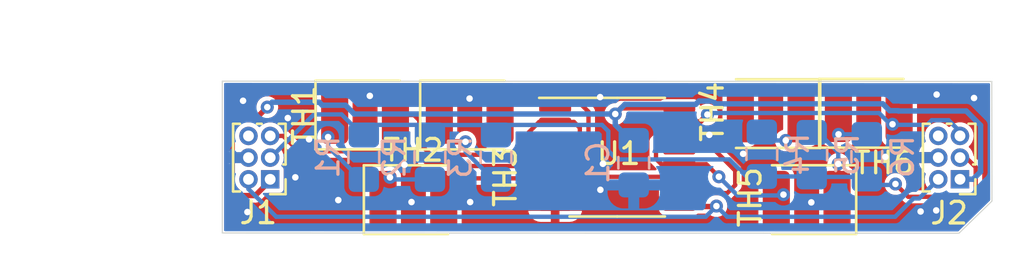
<source format=kicad_pcb>
(kicad_pcb (version 20211014) (generator pcbnew)
  (layers (0 "F.Cu" signal) (31 "B.Cu" signal) (34 "B.Paste" user) (35 "F.Paste" user) (36 "B.SilkS" user "B.Silkscreen") (37 "F.SilkS" user "F.Silkscreen") (38 "B.Mask" user) (39 "F.Mask" user) (44 "Edge.Cuts" user))
  (net 0 "")
  (net 1 "CLK")
  (net 2 "VCC")
  (net 3 "GND")
  (net 4 "TEMP_REF")
  (net 5 "CONN_OUT")
  (net 6 "CONN_IN")
  (net 7 "Net-(R1-Pad2)")
  (net 8 "Net-(R2-Pad2)")
  (net 9 "Net-(R3-Pad2)")
  (net 10 "Net-(R4-Pad2)")
  (net 11 "Net-(R5-Pad2)")
  (net 12 "Net-(R6-Pad2)")
  (net 13 "CONN_1")
  (net 14 "CONN_2")
  (net 15 "CONN_3")
  (net 16 "CONN_4")
  (net 17 "CONN_5")
  (net 18 "Net-(U1-Pad1)")
  (net 19 "Net-(J1-Pad6)")
  (net 20 "Net-(J2-Pad6)")
  (footprint "Connector_PinHeader_1.00mm:PinHeader_2x03_P1.00mm_Vertical" (layer "F.Cu") (at 140.207194 112.526177 180)
    (fp_text reference "J1" (at 0.547194 -1.543823) (layer "F.SilkS"))
    (fp_text value "Conn_02x03_Counter_Clockwise")
    (fp_line (start -0.71 0) (end -0.71 -0.685) (layer "F.SilkS") (width 0.12))
    (fp_line (start 1.394493 2.56) (end 1.71 2.56) (layer "F.SilkS") (width 0.12))
    (fp_line (start -0.71 0.685) (end -0.71 2.56) (layer "F.SilkS") (width 0.12))
    (fp_line (start 1.394493 -0.56) (end 1.71 -0.56) (layer "F.SilkS") (width 0.12))
    (fp_line (start -0.71 0.685) (end -0.608276 0.685) (layer "F.SilkS") (width 0.12))
    (fp_line (start 0.394493 2.56) (end 0.605507 2.56) (layer "F.SilkS") (width 0.12))
    (fp_line (start -0.71 -0.685) (end 0 -0.685) (layer "F.SilkS") (width 0.12))
    (fp_line (start 1.71 -0.56) (end 1.71 2.56) (layer "F.SilkS") (width 0.12))
    (fp_line (start -0.71 2.56) (end -0.394493 2.56) (layer "F.SilkS") (width 0.12))
    (pad "1" thru_hole rect locked (at 0 0 180) (size 0.85 0.85) (drill 0.5) (layers *.Cu *.Mask) (net 2 "VCC"))
    (pad "2" thru_hole oval locked (at 1 0 180) (size 0.85 0.85) (drill 0.5) (layers *.Cu *.Mask) (net 1 "CLK"))
    (pad "3" thru_hole oval locked (at 0 1 180) (size 0.85 0.85) (drill 0.5) (layers *.Cu *.Mask) (net 4 "TEMP_REF"))
    (pad "4" thru_hole oval locked (at 1 1 180) (size 0.85 0.85) (drill 0.5) (layers *.Cu *.Mask) (net 3 "GND"))
    (pad "5" thru_hole oval locked (at 0 2 180) (size 0.85 0.85) (drill 0.5) (layers *.Cu *.Mask) (net 6 "CONN_IN"))
    (pad "6" thru_hole oval locked (at 1 2 180) (size 0.85 0.85) (drill 0.5) (layers *.Cu *.Mask) (net 19 "Net-(J1-Pad6)"))
  )
  (footprint "Connector_PinHeader_1.00mm:PinHeader_2x03_P1.00mm_Vertical" (layer "F.Cu") (at 172.01538 112.524372 180)
    (fp_text reference "J2" (at 0.5 -1.56) (layer "F.SilkS"))
    (fp_text value "Conn_02x03_Counter_Clockwise" hide)
    (fp_line (start 1.394493 -0.56) (end 1.71 -0.56) (layer "F.SilkS") (width 0.12))
    (fp_line (start 1.71 -0.56) (end 1.71 2.56) (layer "F.SilkS") (width 0.12))
    (fp_line (start -0.71 0.685) (end -0.608276 0.685) (layer "F.SilkS") (width 0.12))
    (fp_line (start -0.71 0) (end -0.71 -0.685) (layer "F.SilkS") (width 0.12))
    (fp_line (start 0.394493 2.56) (end 0.605507 2.56) (layer "F.SilkS") (width 0.12))
    (fp_line (start -0.71 -0.685) (end 0 -0.685) (layer "F.SilkS") (width 0.12))
    (fp_line (start -0.71 2.56) (end -0.394493 2.56) (layer "F.SilkS") (width 0.12))
    (fp_line (start -0.71 0.685) (end -0.71 2.56) (layer "F.SilkS") (width 0.12))
    (fp_line (start 1.394493 2.56) (end 1.71 2.56) (layer "F.SilkS") (width 0.12))
    (pad "1" thru_hole rect locked (at 0 0 180) (size 0.85 0.85) (drill 0.5) (layers *.Cu *.Mask) (net 2 "VCC"))
    (pad "2" thru_hole oval locked (at 1 0 180) (size 0.85 0.85) (drill 0.5) (layers *.Cu *.Mask) (net 1 "CLK"))
    (pad "3" thru_hole oval locked (at 0 1 180) (size 0.85 0.85) (drill 0.5) (layers *.Cu *.Mask) (net 4 "TEMP_REF"))
    (pad "4" thru_hole oval locked (at 1 1 180) (size 0.85 0.85) (drill 0.5) (layers *.Cu *.Mask) (net 3 "GND"))
    (pad "5" thru_hole oval locked (at 0 2 180) (size 0.85 0.85) (drill 0.5) (layers *.Cu *.Mask) (net 5 "CONN_OUT"))
    (pad "6" thru_hole oval locked (at 1 2 180) (size 0.85 0.85) (drill 0.5) (layers *.Cu *.Mask) (net 20 "Net-(J2-Pad6)"))
  )
  (footprint "LED_SMD:LED_1210_3225Metric" (layer "F.Cu") (at 144.581935 109.562384)
    (fp_text reference "TH1" (at -2.801935 0.017616 90) (layer "F.SilkS"))
    (fp_text value "Thermistor_NTC")
    (fp_line (start 1.6 -1.585) (end -2.285 -1.585) (layer "F.SilkS") (width 0.12))
    (fp_line (start -2.285 -1.585) (end -2.285 1.585) (layer "F.SilkS") (width 0.12))
    (fp_line (start -2.285 1.585) (end 1.6 1.585) (layer "F.SilkS") (width 0.12))
    (pad "1" smd roundrect locked (at -1.4 0) (size 1.25 2.65) (layers "F.Cu" "F.Paste" "F.Mask") (roundrect_rratio 0.2) (net 7 "Net-(R1-Pad2)"))
    (pad "2" smd roundrect locked (at 1.4 0) (size 1.25 2.65) (layers "F.Cu" "F.Paste" "F.Mask") (roundrect_rratio 0.2) (net 13 "CONN_1"))
  )
  (footprint "LED_SMD:LED_1210_3225Metric" (layer "F.Cu") (at 146.811616 113.464808)
    (fp_text reference "TH2" (at 0 -2.28) (layer "F.SilkS"))
    (fp_text value "Thermistor_NTC")
    (fp_line (start -2.285 -1.585) (end -2.285 1.585) (layer "F.SilkS") (width 0.12))
    (fp_line (start -2.285 1.585) (end 1.6 1.585) (layer "F.SilkS") (width 0.12))
    (fp_line (start 1.6 -1.585) (end -2.285 -1.585) (layer "F.SilkS") (width 0.12))
    (pad "1" smd roundrect locked (at -1.4 0) (size 1.25 2.65) (layers "F.Cu" "F.Paste" "F.Mask") (roundrect_rratio 0.2) (net 8 "Net-(R2-Pad2)"))
    (pad "2" smd roundrect locked (at 1.4 0) (size 1.25 2.65) (layers "F.Cu" "F.Paste" "F.Mask") (roundrect_rratio 0.2) (net 14 "CONN_2"))
  )
  (footprint "LED_SMD:LED_1210_3225Metric" (layer "F.Cu") (at 149.407935 109.562384)
    (fp_text reference "TH3" (at 1.6445 2.852 90) (layer "F.SilkS"))
    (fp_text value "Thermistor_NTC")
    (fp_line (start -2.285 1.585) (end 1.6 1.585) (layer "F.SilkS") (width 0.12))
    (fp_line (start 1.6 -1.585) (end -2.285 -1.585) (layer "F.SilkS") (width 0.12))
    (fp_line (start -2.285 -1.585) (end -2.285 1.585) (layer "F.SilkS") (width 0.12))
    (pad "1" smd roundrect locked (at -1.4 0) (size 1.25 2.65) (layers "F.Cu" "F.Paste" "F.Mask") (roundrect_rratio 0.2) (net 9 "Net-(R3-Pad2)"))
    (pad "2" smd roundrect locked (at 1.4 0) (size 1.25 2.65) (layers "F.Cu" "F.Paste" "F.Mask") (roundrect_rratio 0.2) (net 15 "CONN_3"))
  )
  (footprint "LED_SMD:LED_1210_3225Metric" (layer "F.Cu") (at 163.287614 109.496132 180)
    (fp_text reference "TH4" (at 2.687614 0.086132 90) (layer "F.SilkS"))
    (fp_text value "Thermistor_NTC")
    (fp_line (start -2.285 1.585) (end 1.6 1.585) (layer "F.SilkS") (width 0.12))
    (fp_line (start -2.285 -1.585) (end -2.285 1.585) (layer "F.SilkS") (width 0.12))
    (fp_line (start 1.6 -1.585) (end -2.285 -1.585) (layer "F.SilkS") (width 0.12))
    (pad "1" smd roundrect locked (at -1.4 0 180) (size 1.25 2.65) (layers "F.Cu" "F.Paste" "F.Mask") (roundrect_rratio 0.2) (net 10 "Net-(R4-Pad2)"))
    (pad "2" smd roundrect locked (at 1.4 0 180) (size 1.25 2.65) (layers "F.Cu" "F.Paste" "F.Mask") (roundrect_rratio 0.2) (net 16 "CONN_4"))
  )
  (footprint "LED_SMD:LED_1210_3225Metric" (layer "F.Cu") (at 164.945795 113.462056 180)
    (fp_text reference "TH5" (at 2.605795 0.112056 270) (layer "F.SilkS"))
    (fp_text value "Thermistor_NTC")
    (fp_line (start 1.6 -1.585) (end -2.285 -1.585) (layer "F.SilkS") (width 0.12))
    (fp_line (start -2.285 1.585) (end 1.6 1.585) (layer "F.SilkS") (width 0.12))
    (fp_line (start -2.285 -1.585) (end -2.285 1.585) (layer "F.SilkS") (width 0.12))
    (pad "1" smd roundrect locked (at -1.4 0 180) (size 1.25 2.65) (layers "F.Cu" "F.Paste" "F.Mask") (roundrect_rratio 0.2) (net 11 "Net-(R5-Pad2)"))
    (pad "2" smd roundrect locked (at 1.4 0 180) (size 1.25 2.65) (layers "F.Cu" "F.Paste" "F.Mask") (roundrect_rratio 0.2) (net 17 "CONN_5"))
  )
  (footprint "LED_SMD:LED_1210_3225Metric" (layer "F.Cu") (at 167.808614 109.481632)
    (fp_text reference "TH6" (at 0.701386 2.288368 180) (layer "F.SilkS"))
    (fp_text value "Thermistor_NTC" hide)
    (fp_line (start 1.6 -1.585) (end -2.285 -1.585) (layer "F.SilkS") (width 0.12))
    (fp_line (start -2.285 1.585) (end 1.6 1.585) (layer "F.SilkS") (width 0.12))
    (fp_line (start -2.285 -1.585) (end -2.285 1.585) (layer "F.SilkS") (width 0.12))
    (pad "1" smd roundrect locked (at -1.4 0) (size 1.25 2.65) (layers "F.Cu" "F.Paste" "F.Mask") (roundrect_rratio 0.2) (net 12 "Net-(R6-Pad2)"))
    (pad "2" smd roundrect locked (at 1.4 0) (size 1.25 2.65) (layers "F.Cu" "F.Paste" "F.Mask") (roundrect_rratio 0.2) (net 5 "CONN_OUT"))
  )
  (footprint "Package_SO:TSSOP-16_4.4x5mm_P0.65mm" (layer "F.Cu") (at 156.21 111.506)
    (fp_text reference "U1" (at 0.07 -0.166) (layer "F.SilkS"))
    (fp_text value "Hex_d_ff_")
    (fp_line (start 0 2.735) (end -2.2 2.735) (layer "F.SilkS") (width 0.12))
    (fp_line (start 0 -2.735) (end 2.2 -2.735) (layer "F.SilkS") (width 0.12))
    (fp_line (start 0 -2.735) (end -3.6 -2.735) (layer "F.SilkS") (width 0.12))
    (fp_line (start 0 2.735) (end 2.2 2.735) (layer "F.SilkS") (width 0.12))
    (pad "1" smd roundrect locked (at -2.8625 -2.275) (size 1.475 0.4) (layers "F.Cu" "F.Paste" "F.Mask") (net 18 "Net-(U1-Pad1)"))
    (pad "2" smd roundrect locked (at -2.8625 -1.625) (size 1.475 0.4) (layers "F.Cu" "F.Paste" "F.Mask") (net 13 "CONN_1"))
    (pad "3" smd roundrect locked (at -2.8625 -0.975) (size 1.475 0.4) (layers "F.Cu" "F.Paste" "F.Mask") (net 6 "CONN_IN"))
    (pad "4" smd roundrect locked (at -2.8625 -0.325) (size 1.475 0.4) (layers "F.Cu" "F.Paste" "F.Mask") (net 13 "CONN_1"))
    (pad "5" smd roundrect locked (at -2.8625 0.325) (size 1.475 0.4) (layers "F.Cu" "F.Paste" "F.Mask") (net 14 "CONN_2"))
    (pad "6" smd roundrect locked (at -2.8625 0.975) (size 1.475 0.4) (layers "F.Cu" "F.Paste" "F.Mask") (net 14 "CONN_2"))
    (pad "7" smd roundrect locked (at -2.8625 1.625) (size 1.475 0.4) (layers "F.Cu" "F.Paste" "F.Mask") (net 15 "CONN_3"))
    (pad "8" smd roundrect locked (at -2.8625 2.275) (size 1.475 0.4) (layers "F.Cu" "F.Paste" "F.Mask") (net 3 "GND"))
    (pad "9" smd roundrect locked (at 2.8625 2.275) (size 1.475 0.4) (layers "F.Cu" "F.Paste" "F.Mask") (net 1 "CLK"))
    (pad "10" smd roundrect locked (at 2.8625 1.625) (size 1.475 0.4) (layers "F.Cu" "F.Paste" "F.Mask") (net 16 "CONN_4"))
    (pad "11" smd roundrect locked (at 2.8625 0.975) (size 1.475 0.4) (layers "F.Cu" "F.Paste" "F.Mask") (net 15 "CONN_3"))
    (pad "12" smd roundrect locked (at 2.8625 0.325) (size 1.475 0.4) (layers "F.Cu" "F.Paste" "F.Mask") (net 17 "CONN_5"))
    (pad "13" smd roundrect locked (at 2.8625 -0.325) (size 1.475 0.4) (layers "F.Cu" "F.Paste" "F.Mask") (net 16 "CONN_4"))
    (pad "14" smd roundrect locked (at 2.8625 -0.975) (size 1.475 0.4) (layers "F.Cu" "F.Paste" "F.Mask") (net 17 "CONN_5"))
    (pad "15" smd roundrect locked (at 2.8625 -1.625) (size 1.475 0.4) (layers "F.Cu" "F.Paste" "F.Mask") (net 5 "CONN_OUT"))
    (pad "16" smd roundrect locked (at 2.8625 -2.275) (size 1.475 0.4) (layers "F.Cu" "F.Paste" "F.Mask") (net 2 "VCC"))
  )
  (footprint "Resistor_SMD:R_0805_2012Metric_Pad1.15x1.40mm_HandSolder" (layer "B.Cu") (at 144.526 111.506 -90)
    (fp_text reference "R1" (at 0 1.65 90) (layer "B.SilkS") (effects (justify mirror)))
    (fp_text value "R_US")
    (fp_line (start -0.261252 0.71) (end 0.261252 0.71) (layer "B.SilkS") (width 0.12))
    (fp_line (start -0.261252 -0.71) (end 0.261252 -0.71) (layer "B.SilkS") (width 0.12))
    (pad "1" smd roundrect locked (at -1.025 0 270) (size 1.15 1.4) (layers "B.Cu" "B.Paste" "B.Mask") (roundrect_rratio 0.2173913043) (net 4 "TEMP_REF"))
    (pad "2" smd roundrect locked (at 1.025 0 270) (size 1.15 1.4) (layers "B.Cu" "B.Paste" "B.Mask") (roundrect_rratio 0.2173913043) (net 7 "Net-(R1-Pad2)"))
  )
  (footprint "Resistor_SMD:R_0805_2012Metric_Pad1.15x1.40mm_HandSolder" (layer "B.Cu") (at 147.574 111.506 -90)
    (fp_text reference "R2" (at 0 1.65 90) (layer "B.SilkS") (effects (justify mirror)))
    (fp_text value "R_US")
    (fp_line (start -0.261252 0.71) (end 0.261252 0.71) (layer "B.SilkS") (width 0.12))
    (fp_line (start -0.261252 -0.71) (end 0.261252 -0.71) (layer "B.SilkS") (width 0.12))
    (pad "1" smd roundrect locked (at -1.025 0 270) (size 1.15 1.4) (layers "B.Cu" "B.Paste" "B.Mask") (roundrect_rratio 0.2173913043) (net 4 "TEMP_REF"))
    (pad "2" smd roundrect locked (at 1.025 0 270) (size 1.15 1.4) (layers "B.Cu" "B.Paste" "B.Mask") (roundrect_rratio 0.2173913043) (net 8 "Net-(R2-Pad2)"))
  )
  (footprint "Resistor_SMD:R_0805_2012Metric_Pad1.15x1.40mm_HandSolder" (layer "B.Cu") (at 150.622 111.506 -90)
    (fp_text reference "R3" (at 0 1.65 90) (layer "B.SilkS") (effects (justify mirror)))
    (fp_text value "R_US")
    (fp_line (start -0.261252 -0.71) (end 0.261252 -0.71) (layer "B.SilkS") (width 0.12))
    (fp_line (start -0.261252 0.71) (end 0.261252 0.71) (layer "B.SilkS") (width 0.12))
    (pad "1" smd roundrect locked (at -1.025 0 270) (size 1.15 1.4) (layers "B.Cu" "B.Paste" "B.Mask") (roundrect_rratio 0.2173913043) (net 4 "TEMP_REF"))
    (pad "2" smd roundrect locked (at 1.025 0 270) (size 1.15 1.4) (layers "B.Cu" "B.Paste" "B.Mask") (roundrect_rratio 0.2173913043) (net 9 "Net-(R3-Pad2)"))
  )
  (footprint "Resistor_SMD:R_0805_2012Metric_Pad1.15x1.40mm_HandSolder" (layer "B.Cu") (at 162.8775 111.37 90)
    (fp_text reference "R4" (at 0 1.65 90) (layer "B.SilkS") (effects (justify mirror)))
    (fp_text value "R_US")
    (fp_line (start -0.261252 -0.71) (end 0.261252 -0.71) (layer "B.SilkS") (width 0.12))
    (fp_line (start -0.261252 0.71) (end 0.261252 0.71) (layer "B.SilkS") (width 0.12))
    (pad "1" smd roundrect locked (at -1.025 0 90) (size 1.15 1.4) (layers "B.Cu" "B.Paste" "B.Mask") (roundrect_rratio 0.2173913043) (net 4 "TEMP_REF"))
    (pad "2" smd roundrect locked (at 1.025 0 90) (size 1.15 1.4) (layers "B.Cu" "B.Paste" "B.Mask") (roundrect_rratio 0.2173913043) (net 10 "Net-(R4-Pad2)"))
  )
  (footprint "Resistor_SMD:R_0805_2012Metric_Pad1.15x1.40mm_HandSolder" (layer "B.Cu") (at 165.18 111.39 90)
    (fp_text reference "R5" (at 0 1.65 90) (layer "B.SilkS") (effects (justify mirror)))
    (fp_text value "R_US")
    (fp_line (start -0.261252 -0.71) (end 0.261252 -0.71) (layer "B.SilkS") (width 0.12))
    (fp_line (start -0.261252 0.71) (end 0.261252 0.71) (layer "B.SilkS") (width 0.12))
    (pad "1" smd roundrect locked (at -1.025 0 90) (size 1.15 1.4) (layers "B.Cu" "B.Paste" "B.Mask") (roundrect_rratio 0.2173913043) (net 4 "TEMP_REF"))
    (pad "2" smd roundrect locked (at 1.025 0 90) (size 1.15 1.4) (layers "B.Cu" "B.Paste" "B.Mask") (roundrect_rratio 0.2173913043) (net 11 "Net-(R5-Pad2)"))
  )
  (footprint "Resistor_SMD:R_0805_2012Metric_Pad1.15x1.40mm_HandSolder" (layer "B.Cu") (at 167.72 111.485 90)
    (fp_text reference "R6" (at 0 1.65 270) (layer "B.SilkS") (effects (justify mirror)))
    (fp_text value "R_US")
    (fp_line (start -0.261252 -0.71) (end 0.261252 -0.71) (layer "B.SilkS") (width 0.12))
    (fp_line (start -0.261252 0.71) (end 0.261252 0.71) (layer "B.SilkS") (width 0.12))
    (pad "1" smd roundrect locked (at -1.025 0 90) (size 1.15 1.4) (layers "B.Cu" "B.Paste" "B.Mask") (roundrect_rratio 0.2173913043) (net 4 "TEMP_REF"))
    (pad "2" smd roundrect locked (at 1.025 0 90) (size 1.15 1.4) (layers "B.Cu" "B.Paste" "B.Mask") (roundrect_rratio 0.2173913043) (net 12 "Net-(R6-Pad2)"))
  )
  (footprint "Capacitor_SMD:C_0805_2012Metric_Pad1.15x1.40mm_HandSolder" (layer "B.Cu") (at 156.972 111.76 -90)
    (fp_text reference "C1" (at 0 1.65 -90) (layer "B.SilkS") (effects (justify mirror)))
    (fp_text value "CAP")
    (fp_line (start -0.261252 0.71) (end 0.261252 0.71) (layer "B.SilkS") (width 0.12))
    (fp_line (start -0.261252 -0.71) (end 0.261252 -0.71) (layer "B.SilkS") (width 0.12))
    (pad "1" smd roundrect locked (at -1.025 0 270) (size 1.15 1.4) (layers "B.Cu" "B.Paste" "B.Mask") (roundrect_rratio 0.2173913043) (net 2 "VCC"))
    (pad "2" smd roundrect locked (at 1.025 0 270) (size 1.15 1.4) (layers "B.Cu" "B.Paste" "B.Mask") (roundrect_rratio 0.2173913043) (net 3 "GND"))
  )
  (gr_line (start 172.04 112.56) (end 172.53 112.51) (layer "B.Cu") (width 0.2))
  (gr_line (start 138 108) (end 173.482 108.0135) (layer "Edge.Cuts") (width 0.05))
  (gr_line (start 173.482 108.0135) (end 173.482 108.0135) (layer "Edge.Cuts") (width 0.05))
  (gr_line (start 173.49 113.53) (end 171.97 115.01) (layer "Edge.Cuts") (width 0.05))
  (gr_line (start 138 108) (end 138 115) (layer "Edge.Cuts") (width 0.05))
  (gr_line (start 138 115) (end 171.97 115.01) (layer "Edge.Cuts") (width 0.05))
  (gr_line (start 173.482 108.0135) (end 173.49 113.53) (layer "Edge.Cuts") (width 0.05))
  (segment (start 159.0725 113.781) (end 160.763273 113.781) (width 0.25) (layer "F.Cu") (net 1))
  (segment (start 160.763273 113.781) (end 160.784772 113.759501) (width 0.25) (layer "F.Cu") (net 1))
  (via (at 160.784772 113.759501) (size 0.6) (drill 0.3) (layers "F.Cu" "B.Cu") (net 1))
  (segment (start 160.290641 114.253632) (end 140.485627 114.253632) (width 0.2) (layer "B.Cu") (net 1))
  (segment (start 160.784772 113.759501) (end 160.290641 114.253632) (width 0.2) (layer "B.Cu") (net 1))
  (segment (start 170.131751 113.408001) (end 171.01538 112.524372) (width 0.2) (layer "B.Cu") (net 1))
  (segment (start 169.02558 114.252961) (end 169.87054 113.408001) (width 0.2) (layer "B.Cu") (net 1))
  (segment (start 160.784772 113.759501) (end 161.278232 114.252961) (width 0.2) (layer "B.Cu") (net 1))
  (segment (start 161.278232 114.252961) (end 169.02558 114.252961) (width 0.2) (layer "B.Cu") (net 1))
  (segment (start 140.485627 114.253632) (end 139.207194 112.975199) (width 0.2) (layer "B.Cu") (net 1))
  (segment (start 169.87054 113.408001) (end 170.131751 113.408001) (width 0.2) (layer "B.Cu") (net 1))
  (segment (start 139.207194 112.975199) (end 139.207194 112.526177) (width 0.2) (layer "B.Cu") (net 1))
  (segment (start 140.073958 109.198136) (end 139.495428 109.776666) (width 0.25) (layer "F.Cu") (net 2))
  (segment (start 138.896735 109.776666) (end 138.457683 110.215718) (width 0.25) (layer "F.Cu") (net 2))
  (segment (start 138.457683 112.836636) (end 138.896735 113.275688) (width 0.25) (layer "F.Cu") (net 2))
  (segment (start 140.207194 112.550791) (end 140.207194 112.526177) (width 0.2) (layer "F.Cu") (net 2))
  (segment (start 156.403208 109.231) (end 156.119992 109.514216) (width 0.25) (layer "F.Cu") (net 2))
  (segment (start 139.495428 109.776666) (end 138.896735 109.776666) (width 0.25) (layer "F.Cu") (net 2))
  (segment (start 139.517653 113.275688) (end 140.207194 112.586147) (width 0.25) (layer "F.Cu") (net 2))
  (segment (start 140.207194 112.586147) (end 140.207194 112.526177) (width 0.25) (layer "F.Cu") (net 2))
  (segment (start 159.0725 109.231) (end 156.403208 109.231) (width 0.25) (layer "F.Cu") (net 2))
  (segment (start 138.457683 110.215718) (end 138.457683 112.836636) (width 0.25) (layer "F.Cu") (net 2))
  (segment (start 138.896735 113.275688) (end 139.517653 113.275688) (width 0.25) (layer "F.Cu") (net 2))
  (via (at 140.073958 109.198136) (size 0.6) (drill 0.3) (layers "F.Cu" "B.Cu") (net 2))
  (via (at 156.119992 109.514216) (size 0.6) (drill 0.3) (layers "F.Cu" "B.Cu") (net 2))
  (segment (start 172.963783 110.034618) (end 172.963783 112.178899) (width 0.25) (layer "B.Cu") (net 2))
  (segment (start 143.677429 109.108887) (end 144.082758 109.514216) (width 0.25) (layer "B.Cu") (net 2))
  (segment (start 156.119992 109.514216) (end 156.563698 109.07051) (width 0.25) (layer "B.Cu") (net 2))
  (segment (start 156.119992 109.514216) (end 156.119992 110.014503) (width 0.25) (layer "B.Cu") (net 2))
  (segment (start 140.300977 108.971117) (end 142.472383 108.971117) (width 0.25) (layer "B.Cu") (net 2))
  (segment (start 156.119992 110.014503) (end 156.840489 110.735) (width 0.25) (layer "B.Cu") (net 2))
  (segment (start 160.75532 109.045185) (end 168.457686 109.045186) (width 0.25) (layer "B.Cu") (net 2))
  (segment (start 156.972 110.735) (end 156.882665 110.735) (width 0.25) (layer "B.Cu") (net 2))
  (segment (start 140.073958 109.198136) (end 140.300977 108.971117) (width 0.25) (layer "B.Cu") (net 2))
  (segment (start 159.981868 108.916015) (end 160.62615 108.916015) (width 0.25) (layer "B.Cu") (net 2))
  (segment (start 172.304506 109.375341) (end 172.963783 110.034618) (width 0.25) (layer "B.Cu") (net 2))
  (segment (start 168.457686 109.045186) (end 168.774095 109.361595) (width 0.25) (layer "B.Cu") (net 2))
  (segment (start 142.610152 109.108886) (end 143.677429 109.108887) (width 0.25) (layer "B.Cu") (net 2))
  (segment (start 159.827373 109.07051) (end 159.981868 108.916015) (width 0.25) (layer "B.Cu") (net 2))
  (segment (start 142.472383 108.971117) (end 142.610152 109.108886) (width 0.25) (layer "B.Cu") (net 2))
  (segment (start 144.082758 109.514216) (end 156.119992 109.514216) (width 0.25) (layer "B.Cu") (net 2))
  (segment (start 169.17699 109.375341) (end 172.304506 109.375341) (width 0.25) (layer "B.Cu") (net 2))
  (segment (start 156.563698 109.07051) (end 159.827373 109.07051) (width 0.25) (layer "B.Cu") (net 2))
  (segment (start 172.963783 112.178899) (end 172.620682 112.522) (width 0.25) (layer "B.Cu") (net 2))
  (segment (start 172.236614 112.522) (end 172.212 112.522) (width 0.2) (layer "B.Cu") (net 2))
  (segment (start 168.774095 109.361595) (end 169.163244 109.361595) (width 0.25) (layer "B.Cu") (net 2))
  (segment (start 156.840489 110.735) (end 156.972 110.735) (width 0.25) (layer "B.Cu") (net 2))
  (segment (start 160.62615 108.916015) (end 160.75532 109.045185) (width 0.25) (layer "B.Cu") (net 2))
  (segment (start 169.163244 109.361595) (end 169.17699 109.375341) (width 0.25) (layer "B.Cu") (net 2))
  (segment (start 172.620682 112.522) (end 172.212 112.522) (width 0.25) (layer "B.Cu") (net 2))
  (via (at 172.663516 108.776468) (size 0.6) (drill 0.3) (layers "F.Cu" "B.Cu") (net 3))
  (via (at 155.432979 113.010011) (size 0.6) (drill 0.3) (layers "F.Cu" "B.Cu") (net 3))
  (via (at 143.347564 113.484332) (size 0.6) (drill 0.3) (layers "F.Cu" "B.Cu") (net 3))
  (via (at 170.2 114.01) (size 0.6) (drill 0.3) (layers "F.Cu" "B.Cu") (net 3))
  (via (at 138.956132 108.904803) (size 0.6) (drill 0.3) (layers "F.Cu" "B.Cu") (net 3))
  (via (at 141.02 109.7) (size 0.6) (drill 0.3) (layers "F.Cu" "B.Cu") (net 3))
  (via (at 160.454803 110.476391) (size 0.6) (drill 0.3) (layers "F.Cu" "B.Cu") (net 3))
  (via (at 165.16 113.59) (size 0.6) (drill 0.3) (layers "F.Cu" "B.Cu") (net 3))
  (via (at 170.92 113.96) (size 0.6) (drill 0.3) (layers "F.Cu" "B.Cu") (net 3))
  (via (at 155.421633 108.73484) (size 0.6) (drill 0.3) (layers "F.Cu" "B.Cu") (net 3))
  (via (at 149.400692 108.802014) (size 0.6) (drill 0.3) (layers "F.Cu" "B.Cu") (net 3))
  (via (at 146.724064 113.574897) (size 0.6) (drill 0.3) (layers "F.Cu" "B.Cu") (net 3))
  (via (at 170.939068 108.61768) (size 0.6) (drill 0.3) (layers "F.Cu" "B.Cu") (net 3))
  (via (at 142 110.68) (size 0.6) (drill 0.3) (layers "F.Cu" "B.Cu") (net 3))
  (via (at 141.366732 112.434092) (size 0.6) (drill 0.3) (layers "F.Cu" "B.Cu") (net 3))
  (via (at 162.016637 111.34963) (size 0.6) (drill 0.3) (layers "F.Cu" "B.Cu") (net 3))
  (via (at 139.157556 114.03527) (size 0.6) (drill 0.3) (layers "F.Cu" "B.Cu") (net 3))
  (via (at 168.57312 111.491212) (size 0.6) (drill 0.3) (layers "F.Cu" "B.Cu") (net 3))
  (via (at 146.400277 111.85551) (size 0.6) (drill 0.3) (layers "F.Cu" "B.Cu") (net 3))
  (via (at 149.428538 113.57459) (size 0.6) (drill 0.3) (layers "F.Cu" "B.Cu") (net 3))
  (via (at 155.550298 111.811) (size 0.6) (drill 0.3) (layers "F.Cu" "B.Cu") (net 3))
  (via (at 144.802466 108.678837) (size 0.6) (drill 0.3) (layers "F.Cu" "B.Cu") (net 3))
  (segment (start 139.207194 111.526177) (end 138.737282 111.526177) (width 0.25) (layer "B.Cu") (net 3))
  (segment (start 138.449657 111.238552) (end 138.449657 112.673791) (width 0.25) (layer "B.Cu") (net 3))
  (segment (start 138.737282 111.526177) (end 138.449657 111.238552) (width 0.25) (layer "B.Cu") (net 3))
  (segment (start 169.040257 112.742002) (end 169.630714 113.332459) (width 0.2) (layer "F.Cu") (net 4))
  (segment (start 172.739891 111.967574) (end 172.294317 111.522) (width 0.2) (layer "F.Cu") (net 4))
  (segment (start 172.656315 113.332459) (end 172.739891 113.248883) (width 0.2) (layer "F.Cu") (net 4))
  (segment (start 172.739891 113.248883) (end 172.739891 111.967574) (width 0.2) (layer "F.Cu") (net 4))
  (segment (start 172.294317 111.522) (end 172.212 111.522) (width 0.2) (layer "F.Cu") (net 4))
  (segment (start 169.630714 113.332459) (end 172.656315 113.332459) (width 0.2) (layer "F.Cu") (net 4))
  (via (at 169.040257 112.742002) (size 0.6) (drill 0.3) (layers "F.Cu" "B.Cu") (net 4))
  (segment (start 144.44918 110.481) (end 144.526 110.481) (width 0.2) (layer "B.Cu") (net 4))
  (segment (start 140.207194 111.526177) (end 140.231808 111.526177) (width 0.2) (layer "B.Cu") (net 4))
  (segment (start 167.625 112.415) (end 167.72 112.51) (width 0.2) (layer "B.Cu") (net 4))
  (segment (start 151.085232 110.017768) (end 150.622 110.481) (width 0.2) (layer "B.Cu") (net 4))
  (segment (start 147.574 110.481) (end 148.033488 110.021512) (width 0.2) (layer "B.Cu") (net 4))
  (segment (start 161.6525 111.8775) (end 161.975 112.2) (width 0.2) (layer "B.Cu") (net 4))
  (segment (start 161.6525 111.8775) (end 161.38452 111.60952) (width 0.2) (layer "B.Cu") (net 4))
  (segment (start 143.501586 109.533406) (end 144.44918 110.481) (width 0.2) (layer "B.Cu") (net 4))
  (segment (start 140.231808 111.526177) (end 142.224579 109.533406) (width 0.2) (layer "B.Cu") (net 4))
  (segment (start 161.38452 111.60952) (end 156.196656 111.60952) (width 0.2) (layer "B.Cu") (net 4))
  (segment (start 161.975 112.2) (end 162.18 112.2) (width 0.2) (layer "B.Cu") (net 4))
  (segment (start 144.991899 110.015101) (end 147.108101 110.015101) (width 0.2) (layer "B.Cu") (net 4))
  (segment (start 142.224579 109.533406) (end 143.501586 109.533406) (width 0.2) (layer "B.Cu") (net 4))
  (segment (start 165.18 112.415) (end 167.625 112.415) (width 0.2) (layer "B.Cu") (net 4))
  (segment (start 162.56 112.785) (end 161.6525 111.8775) (width 0.2) (layer "B.Cu") (net 4))
  (segment (start 148.033488 110.021512) (end 150.162512 110.021512) (width 0.2) (layer "B.Cu") (net 4))
  (segment (start 155.508587 110.017768) (end 151.085232 110.017768) (width 0.2) (layer "B.Cu") (net 4))
  (segment (start 155.798625 111.211489) (end 155.798625 110.307806) (width 0.2) (layer "B.Cu") (net 4))
  (segment (start 150.162512 110.021512) (end 150.622 110.481) (width 0.2) (layer "B.Cu") (net 4))
  (segment (start 169.040257 112.742002) (end 168.997259 112.785) (width 0.2) (layer "B.Cu") (net 4))
  (segment (start 147.108101 110.015101) (end 147.574 110.481) (width 0.2) (layer "B.Cu") (net 4))
  (segment (start 144.526 110.481) (end 144.991899 110.015101) (width 0.2) (layer "B.Cu") (net 4))
  (segment (start 165.16 112.395) (end 165.18 112.415) (width 0.2) (layer "B.Cu") (net 4))
  (segment (start 162.8775 112.395) (end 165.16 112.395) (width 0.2) (layer "B.Cu") (net 4))
  (segment (start 156.196656 111.60952) (end 155.798625 111.211489) (width 0.2) (layer "B.Cu") (net 4))
  (segment (start 155.798625 110.307806) (end 155.508587 110.017768) (width 0.2) (layer "B.Cu") (net 4))
  (segment (start 168.997259 112.785) (end 167.64 112.785) (width 0.2) (layer "B.Cu") (net 4))
  (segment (start 160.026994 109.881) (end 159.0725 109.881) (width 0.25) (layer "F.Cu") (net 5))
  (segment (start 160.367468 109.540526) (end 160.026994 109.881) (width 0.25) (layer "F.Cu") (net 5))
  (via (at 160.367468 109.540526) (size 0.6) (drill 0.3) (layers "F.Cu" "B.Cu") (net 5))
  (via (at 168.904562 109.986106) (size 0.6) (drill 0.3) (layers "F.Cu" "B.Cu") (net 5))
  (segment (start 168.798244 109.986106) (end 168.281843 109.469705) (width 0.2) (layer "B.Cu") (net 5))
  (segment (start 168.281843 109.469705) (end 160.438289 109.469705) (width 0.2) (layer "B.Cu") (net 5))
  (segment (start 168.932243 110.013787) (end 170.501351 110.013787) (width 0.2) (layer "B.Cu") (net 5))
  (segment (start 170.715277 109.799861) (end 171.489861 109.799861) (width 0.2) (layer "B.Cu") (net 5))
  (segment (start 170.501351 110.013787) (end 170.715277 109.799861) (width 0.2) (layer "B.Cu") (net 5))
  (segment (start 160.438289 109.469705) (end 160.367468 109.540526) (width 0.2) (layer "B.Cu") (net 5))
  (segment (start 168.904562 109.986106) (end 168.932243 110.013787) (width 0.2) (layer "B.Cu") (net 5))
  (segment (start 168.904562 109.986106) (end 168.798244 109.986106) (width 0.2) (layer "B.Cu") (net 5))
  (segment (start 171.489861 109.799861) (end 172.212 110.522) (width 0.2) (layer "B.Cu") (net 5))
  (segment (start 148.886936 111.91299) (end 148.768657 111.794711) (width 0.2) (layer "F.Cu") (net 6))
  (segment (start 147.448117 111.79471) (end 146.886496 111.233089) (width 0.2) (layer "F.Cu") (net 6))
  (segment (start 142.373132 111.233089) (end 142.223427 111.382794) (width 0.2) (layer "F.Cu") (net 6))
  (segment (start 148.768657 111.794711) (end 147.448117 111.79471) (width 0.2) (layer "F.Cu") (net 6))
  (segment (start 141.664851 111.382794) (end 140.808234 110.526177) (width 0.2) (layer "F.Cu") (net 6))
  (segment (start 151.843692 111.91299) (end 148.886936 111.91299) (width 0.2) (layer "F.Cu") (net 6))
  (segment (start 140.808234 110.526177) (end 140.207194 110.526177) (width 0.2) (layer "F.Cu") (net 6))
  (segment (start 152.5495 110.531) (end 152.14052 110.93998) (width 0.2) (layer "F.Cu") (net 6))
  (segment (start 152.14052 110.93998) (end 152.14052 111.616162) (width 0.2) (layer "F.Cu") (net 6))
  (segment (start 142.223427 111.382794) (end 141.664851 111.382794) (width 0.2) (layer "F.Cu") (net 6))
  (segment (start 153.3475 110.531) (end 152.5495 110.531) (width 0.2) (layer "F.Cu") (net 6))
  (segment (start 152.14052 111.616162) (end 151.843692 111.91299) (width 0.2) (layer "F.Cu") (net 6))
  (segment (start 146.886496 111.233089) (end 142.373132 111.233089) (width 0.2) (layer "F.Cu") (net 6))
  (segment (start 140.36716 110.49) (end 140.192 110.49) (width 0.2) (layer "B.Cu") (net 6))
  (via (at 142.876705 110.578408) (size 0.6) (drill 0.3) (layers "F.Cu" "B.Cu") (net 7))
  (segment (start 142.876705 110.578408) (end 142.876705 111.02112) (width 0.2) (layer "B.Cu") (net 7))
  (segment (start 144.386585 112.531) (end 144.526 112.531) (width 0.2) (layer "B.Cu") (net 7))
  (segment (start 142.876705 111.02112) (end 144.386585 112.531) (width 0.2) (layer "B.Cu") (net 7))
  (segment (start 145.730335 113.219665) (end 145.412 113.538) (width 0.25) (layer "F.Cu") (net 8))
  (segment (start 145.730335 112.436916) (end 145.730335 113.219665) (width 0.25) (layer "F.Cu") (net 8))
  (via (at 145.730335 112.436916) (size 0.6) (drill 0.3) (layers "F.Cu" "B.Cu") (net 8))
  (segment (start 145.824419 112.531) (end 147.574 112.531) (width 0.2) (layer "B.Cu") (net 8))
  (segment (start 145.730335 112.436916) (end 145.824419 112.531) (width 0.2) (layer "B.Cu") (net 8))
  (segment (start 148.0155 109.728) (end 148.1455 109.728) (width 0.2) (layer "F.Cu") (net 9))
  (segment (start 148.610527 110.79568) (end 148.007935 110.193088) (width 0.25) (layer "F.Cu") (net 9))
  (segment (start 148.007935 110.193088) (end 148.007935 109.562384) (width 0.25) (layer "F.Cu") (net 9))
  (segment (start 149.213179 110.79568) (end 148.610527 110.79568) (width 0.25) (layer "F.Cu") (net 9))
  (via (at 149.213179 110.79568) (size 0.6) (drill 0.3) (layers "F.Cu" "B.Cu") (net 9))
  (segment (start 149.225 110.8075) (end 149.225 111.262984) (width 0.2) (layer "B.Cu") (net 9))
  (segment (start 150.493016 112.531) (end 150.622 112.531) (width 0.2) (layer "B.Cu") (net 9))
  (segment (start 149.225 111.262984) (end 150.493016 112.531) (width 0.2) (layer "B.Cu") (net 9))
  (segment (start 163.981827 110.734583) (end 164.849 109.86741) (width 0.2) (layer "F.Cu") (net 10))
  (segment (start 164.849 109.86741) (end 164.849 109.6645) (width 0.2) (layer "F.Cu") (net 10))
  (via (at 163.981827 110.734583) (size 0.6) (drill 0.3) (layers "F.Cu" "B.Cu") (net 10))
  (segment (start 163.981827 110.734583) (end 162.886917 110.734583) (width 0.2) (layer "B.Cu") (net 10))
  (segment (start 162.886917 110.734583) (end 162.8775 110.744) (width 0.2) (layer "B.Cu") (net 10))
  (segment (start 166.402678 111.8155) (end 166.402678 113.440678) (width 0.2) (layer "F.Cu") (net 11))
  (via (at 166.402678 111.8155) (size 0.6) (drill 0.3) (layers "F.Cu" "B.Cu") (net 11))
  (segment (start 166.402678 111.8155) (end 166.402678 111.287354) (width 0.2) (layer "B.Cu") (net 11))
  (segment (start 166.402678 111.287354) (end 165.480324 110.365) (width 0.2) (layer "B.Cu") (net 11))
  (segment (start 165.480324 110.365) (end 165.18 110.365) (width 0.2) (layer "B.Cu") (net 11))
  (segment (start 166.414233 109.648233) (end 166.24 109.474) (width 0.2) (layer "F.Cu") (net 12))
  (segment (start 166.414233 110.451087) (end 166.414233 109.648233) (width 0.2) (layer "F.Cu") (net 12))
  (via (at 166.414233 110.451087) (size 0.6) (drill 0.3) (layers "F.Cu" "B.Cu") (net 12))
  (segment (start 166.414233 110.451087) (end 167.356087 110.451087) (width 0.2) (layer "B.Cu") (net 12))
  (segment (start 167.356087 110.451087) (end 167.64 110.735) (width 0.2) (layer "B.Cu") (net 12))
  (segment (start 151.536113 111.395191) (end 147.613604 111.395191) (width 0.2) (layer "F.Cu") (net 13))
  (segment (start 154.215876 109.881) (end 154.486321 110.151445) (width 0.2) (layer "F.Cu") (net 13))
  (segment (start 147.613604 111.395191) (end 147.083415 110.865002) (width 0.2) (layer "F.Cu") (net 13))
  (segment (start 151.74051 110.75049) (end 151.74051 111.190794) (width 0.2) (layer "F.Cu") (net 13))
  (segment (start 151.74051 111.190794) (end 151.536113 111.395191) (width 0.2) (layer "F.Cu") (net 13))
  (segment (start 147.083415 109.807495) (end 146.838304 109.562384) (width 0.2) (layer "F.Cu") (net 13))
  (segment (start 147.083415 110.865002) (end 147.083415 109.807495) (width 0.2) (layer "F.Cu") (net 13))
  (segment (start 146.838304 109.562384) (end 145.981935 109.562384) (width 0.2) (layer "F.Cu") (net 13))
  (segment (start 154.486321 110.151445) (end 154.486321 110.865281) (width 0.2) (layer "F.Cu") (net 13))
  (segment (start 153.3475 109.881) (end 154.215876 109.881) (width 0.2) (layer "F.Cu") (net 13))
  (segment (start 152.61 109.881) (end 151.74051 110.75049) (width 0.2) (layer "F.Cu") (net 13))
  (segment (start 153.3475 109.881) (end 152.61 109.881) (width 0.2) (layer "F.Cu") (net 13))
  (segment (start 154.486321 110.865281) (end 154.170602 111.181) (width 0.2) (layer "F.Cu") (net 13))
  (segment (start 154.170602 111.181) (end 153.3475 111.181) (width 0.2) (layer "F.Cu") (net 13))
  (segment (start 153.3475 109.881) (end 152.694298 109.881) (width 0.2) (layer "F.Cu") (net 13))
  (segment (start 153.3475 112.481) (end 153.3475 111.831) (width 0.2) (layer "F.Cu") (net 14))
  (segment (start 148.212 113.538) (end 149.269 112.481) (width 0.2) (layer "F.Cu") (net 14))
  (segment (start 149.269 112.481) (end 153.3475 112.481) (width 0.2) (layer "F.Cu") (net 14))
  (segment (start 154.890402 112.256531) (end 154.015933 113.131) (width 0.2) (layer "F.Cu") (net 15))
  (segment (start 154.885841 109.412688) (end 154.204633 108.73148) (width 0.2) (layer "F.Cu") (net 15))
  (segment (start 150.807935 108.97528) (end 151.051735 108.73148) (width 0.25) (layer "F.Cu") (net 15))
  (segment (start 154.015933 113.131) (end 153.3475 113.131) (width 0.2) (layer "F.Cu") (net 15))
  (segment (start 154.890402 112.256531) (end 154.890402 111.035328) (width 0.2) (layer "F.Cu") (net 15))
  (segment (start 154.890402 111.035328) (end 154.885841 111.030767) (width 0.2) (layer "F.Cu") (net 15))
  (segment (start 150.807935 109.562384) (end 150.807935 108.97528) (width 0.25) (layer "F.Cu") (net 15))
  (segment (start 151.051735 108.73148) (end 151.638839 108.73148) (width 0.2) (layer "F.Cu") (net 15))
  (segment (start 155.044382 112.410511) (end 154.890402 112.256531) (width 0.2) (layer "F.Cu") (net 15))
  (segment (start 154.204633 108.73148) (end 151.638839 108.73148) (width 0.2) (layer "F.Cu") (net 15))
  (segment (start 159.002011 112.410511) (end 155.044382 112.410511) (width 0.2) (layer "F.Cu") (net 15))
  (segment (start 154.885841 111.030767) (end 154.885841 109.412688) (width 0.2) (layer "F.Cu") (net 15))
  (segment (start 159.0725 112.481) (end 159.002011 112.410511) (width 0.2) (layer "F.Cu") (net 15))
  (segment (start 161.8825 109.831) (end 162.049 109.6645) (width 0.2) (layer "F.Cu") (net 16))
  (segment (start 159.101501 113.160001) (end 159.0725 113.131) (width 0.2) (layer "F.Cu") (net 16))
  (segment (start 161.64905 112.123999) (end 161.64905 112.796001) (width 0.2) (layer "F.Cu") (net 16))
  (segment (start 162.049 109.6645) (end 162.049 109.838051) (width 0.2) (layer "F.Cu") (net 16))
  (segment (start 160.706051 111.181) (end 161.64905 112.123999) (width 0.2) (layer "F.Cu") (net 16))
  (segment (start 162.049 109.838051) (end 160.706051 111.181) (width 0.2) (layer "F.Cu") (net 16))
  (segment (start 159.0725 111.181) (end 160.706051 111.181) (width 0.2) (layer "F.Cu") (net 16))
  (segment (start 161.64905 112.796001) (end 161.28505 113.160001) (width 0.2) (layer "F.Cu") (net 16))
  (segment (start 161.28505 113.160001) (end 159.101501 113.160001) (width 0.2) (layer "F.Cu") (net 16))
  (segment (start 159.0725 111.831) (end 160.320049 111.831) (width 0.2) (layer "F.Cu") (net 17))
  (segment (start 158.264833 110.531) (end 157.997896 110.797937) (width 0.2) (layer "F.Cu") (net 17))
  (segment (start 157.997896 110.797937) (end 157.997896 111.582662) (width 0.2) (layer "F.Cu") (net 17))
  (segment (start 159.0725 110.531) (end 158.264833 110.531) (width 0.2) (layer "F.Cu") (net 17))
  (segment (start 157.997896 111.582662) (end 158.246234 111.831) (width 0.2) (layer "F.Cu") (net 17))
  (segment (start 160.320049 111.831) (end 160.896805 112.407755) (width 0.2) (layer "F.Cu") (net 17))
  (segment (start 158.246234 111.831) (end 159.0725 111.831) (width 0.2) (layer "F.Cu") (net 17))
  (via (at 163.875327 113.231504) (size 0.6) (drill 0.3) (layers "F.Cu" "B.Cu") (net 17))
  (via (at 160.896805 112.407755) (size 0.6) (drill 0.3) (layers "F.Cu" "B.Cu") (net 17))
  (segment (start 163.837311 113.26952) (end 161.758569 113.26952) (width 0.2) (layer "B.Cu") (net 17))
  (segment (start 161.758569 113.26952) (end 160.949049 112.46) (width 0.2) (layer "B.Cu") (net 17))
  (segment (start 163.875327 113.231504) (end 163.837311 113.26952) (width 0.2) (layer "B.Cu") (net 17))
  (zone (net 3) (net_name "GND") (layer "F.Cu") (priority 2) (connect_pads (clearance 0.1)) (min_thickness 0.1) (fill yes (thermal_gap 0.508) (thermal_bridge_width 0.508))
    (polygon (pts (xy 174.98 116.82) (xy 136.39 116.47) (xy 136.41 106.68) (xy 174.27 106.61)))
  )
  (zone (net 3) (net_name "GND") (layer "B.Cu") (priority 1) (connect_pads (clearance 0.08)) (min_thickness 0.08) (fill yes (thermal_gap 0.508) (thermal_bridge_width 0.508))
    (polygon (pts (xy 174.97 116.66) (xy 136.43 116.5) (xy 136.43 106.67) (xy 174.29 106.67)))
  )
)
</source>
